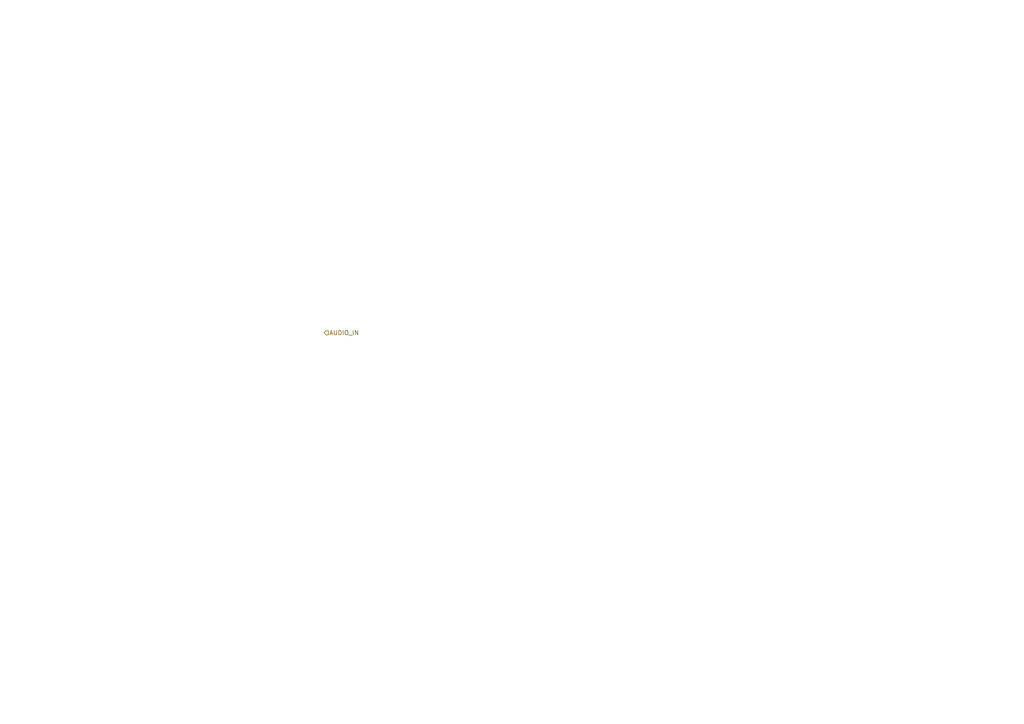
<source format=kicad_sch>
(kicad_sch
	(version 20231120)
	(generator "eeschema")
	(generator_version "8.0")
	(uuid "a35cb36d-02af-4ace-83c0-70e0dd77d1ff")
	(paper "A4")
	(lib_symbols)
	(hierarchical_label "AUDIO_IN"
		(shape input)
		(at 93.98 96.52 0)
		(fields_autoplaced yes)
		(effects
			(font
				(size 1.27 1.27)
			)
			(justify left)
		)
		(uuid "7f8590e0-0d7d-446b-ac5d-4ff0238708f5")
	)
)
</source>
